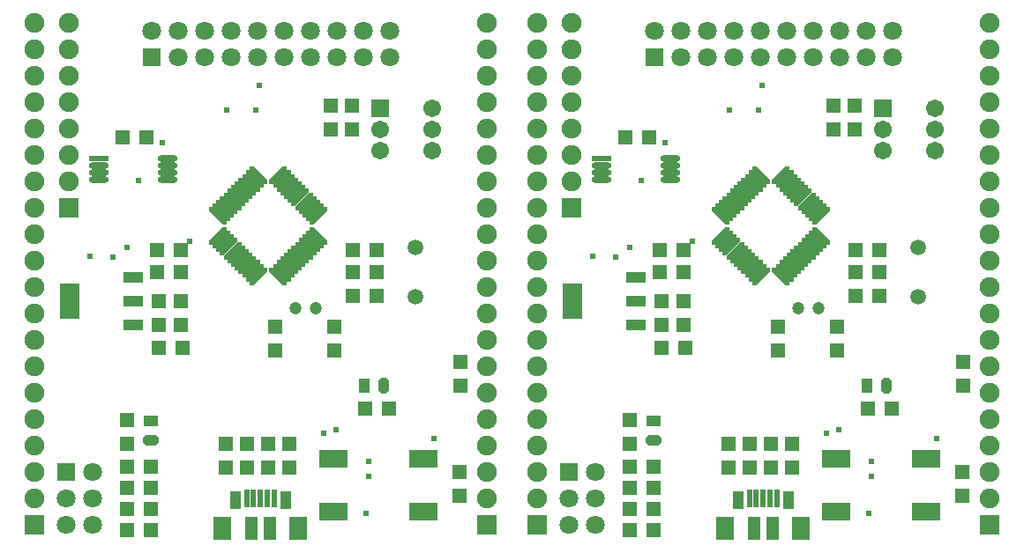
<source format=gts>
G04*
G04 #@! TF.GenerationSoftware,Altium Limited,Altium Designer,19.0.4 (130)*
G04*
G04 Layer_Color=8388736*
%FSLAX24Y24*%
%MOIN*%
G70*
G01*
G75*
%ADD48C,0.0240*%
%ADD55R,0.0474X0.0867*%
%ADD56R,0.0218X0.0710*%
%ADD57R,0.0580X0.0580*%
%ADD58R,0.0580X0.0580*%
%ADD59R,0.0430X0.0580*%
G04:AMPARAMS|DCode=60|XSize=58mil|YSize=43mil|CornerRadius=0mil|HoleSize=0mil|Usage=FLASHONLY|Rotation=90.000|XOffset=0mil|YOffset=0mil|HoleType=Round|Shape=Octagon|*
%AMOCTAGOND60*
4,1,8,0.0108,0.0290,-0.0108,0.0290,-0.0215,0.0183,-0.0215,-0.0183,-0.0108,-0.0290,0.0108,-0.0290,0.0215,-0.0183,0.0215,0.0183,0.0108,0.0290,0.0*
%
%ADD60OCTAGOND60*%

%ADD61R,0.1064X0.0671*%
G04:AMPARAMS|DCode=62|XSize=19.8mil|YSize=90.7mil|CornerRadius=0mil|HoleSize=0mil|Usage=FLASHONLY|Rotation=135.000|XOffset=0mil|YOffset=0mil|HoleType=Round|Shape=Round|*
%AMOVALD62*
21,1,0.0709,0.0198,0.0000,0.0000,225.0*
1,1,0.0198,0.0251,0.0251*
1,1,0.0198,-0.0251,-0.0251*
%
%ADD62OVALD62*%

G04:AMPARAMS|DCode=63|XSize=19.8mil|YSize=90.7mil|CornerRadius=0mil|HoleSize=0mil|Usage=FLASHONLY|Rotation=225.000|XOffset=0mil|YOffset=0mil|HoleType=Round|Shape=Round|*
%AMOVALD63*
21,1,0.0709,0.0198,0.0000,0.0000,315.0*
1,1,0.0198,-0.0251,0.0251*
1,1,0.0198,0.0251,-0.0251*
%
%ADD63OVALD63*%

%ADD64O,0.0749X0.0237*%
%ADD65R,0.0749X0.0237*%
%ADD66R,0.0580X0.0430*%
G04:AMPARAMS|DCode=67|XSize=58mil|YSize=43mil|CornerRadius=0mil|HoleSize=0mil|Usage=FLASHONLY|Rotation=0.000|XOffset=0mil|YOffset=0mil|HoleType=Round|Shape=Octagon|*
%AMOCTAGOND67*
4,1,8,0.0290,-0.0108,0.0290,0.0108,0.0183,0.0215,-0.0183,0.0215,-0.0290,0.0108,-0.0290,-0.0108,-0.0183,-0.0215,0.0183,-0.0215,0.0290,-0.0108,0.0*
%
%ADD67OCTAGOND67*%

%ADD68R,0.0749X0.1340*%
%ADD69R,0.0749X0.0434*%
%ADD70R,0.0671X0.0867*%
%ADD71R,0.0395X0.0671*%
%ADD72C,0.0592*%
%ADD73C,0.0474*%
%ADD74C,0.0749*%
%ADD75R,0.0749X0.0749*%
%ADD76C,0.0710*%
%ADD77R,0.0710X0.0710*%
%ADD78R,0.0710X0.0710*%
%ADD79C,0.0671*%
%ADD80R,0.0671X0.0671*%
D48*
X27841Y27770D02*
D03*
X27380Y25250D02*
D03*
X31165Y30450D02*
D03*
X32380Y31370D02*
D03*
X32265Y30450D02*
D03*
X35280Y18330D02*
D03*
X36530Y16570D02*
D03*
X38980Y18010D02*
D03*
X34830Y18210D02*
D03*
X36530Y17130D02*
D03*
X36430Y15170D02*
D03*
X29761Y25483D02*
D03*
X28730Y29190D02*
D03*
X26850Y24860D02*
D03*
X25980Y24890D02*
D03*
X46841Y27770D02*
D03*
X46380Y25250D02*
D03*
X50165Y30450D02*
D03*
X51380Y31370D02*
D03*
X51265Y30450D02*
D03*
X54280Y18330D02*
D03*
X55530Y16570D02*
D03*
X57980Y18010D02*
D03*
X53830Y18210D02*
D03*
X55530Y17130D02*
D03*
X55430Y15170D02*
D03*
X48761Y25483D02*
D03*
X47730Y29190D02*
D03*
X45850Y24860D02*
D03*
X44980Y24890D02*
D03*
D55*
X32080Y14604D02*
D03*
X32780D02*
D03*
X51080D02*
D03*
X51780D02*
D03*
D56*
X32174Y15742D02*
D03*
X32430D02*
D03*
X31918D02*
D03*
X32942D02*
D03*
X32686D02*
D03*
X51174D02*
D03*
X51430D02*
D03*
X50918D02*
D03*
X51942D02*
D03*
X51686D02*
D03*
D57*
X39980Y20900D02*
D03*
X39980Y20000D02*
D03*
X33530Y17800D02*
D03*
X33530Y16900D02*
D03*
X32730Y17800D02*
D03*
X32730Y16900D02*
D03*
X31930Y17800D02*
D03*
X31930Y16900D02*
D03*
X31130Y16900D02*
D03*
X31130Y17800D02*
D03*
X29430Y22300D02*
D03*
X29430Y23200D02*
D03*
X28580Y23200D02*
D03*
X28580Y22300D02*
D03*
X27380Y18700D02*
D03*
X27380Y17800D02*
D03*
X39960Y16750D02*
D03*
X39960Y15850D02*
D03*
X35230Y21350D02*
D03*
X35230Y22250D02*
D03*
X32980Y21350D02*
D03*
X32980Y22250D02*
D03*
X35880Y29700D02*
D03*
X35880Y30600D02*
D03*
X35080D02*
D03*
X35080Y29700D02*
D03*
X58980Y20900D02*
D03*
X58980Y20000D02*
D03*
X52530Y17800D02*
D03*
X52530Y16900D02*
D03*
X51730Y17800D02*
D03*
X51730Y16900D02*
D03*
X50930Y17800D02*
D03*
X50930Y16900D02*
D03*
X50130Y16900D02*
D03*
X50130Y17800D02*
D03*
X48430Y22300D02*
D03*
X48430Y23200D02*
D03*
X47580Y23200D02*
D03*
X47580Y22300D02*
D03*
X46380Y18700D02*
D03*
X46380Y17800D02*
D03*
X58960Y16750D02*
D03*
X58960Y15850D02*
D03*
X54230Y21350D02*
D03*
X54230Y22250D02*
D03*
X51980Y21350D02*
D03*
X51980Y22250D02*
D03*
X54880Y29700D02*
D03*
X54880Y30600D02*
D03*
X54080D02*
D03*
X54080Y29700D02*
D03*
D58*
X37280Y19150D02*
D03*
X36380Y19150D02*
D03*
X35930Y24300D02*
D03*
X36830Y24300D02*
D03*
X35930Y25150D02*
D03*
X36830Y25150D02*
D03*
X35930Y23400D02*
D03*
X36830Y23400D02*
D03*
X29480Y21450D02*
D03*
X28580Y21450D02*
D03*
X28530Y25150D02*
D03*
X29430Y25150D02*
D03*
Y24300D02*
D03*
X28530Y24300D02*
D03*
X28130Y29400D02*
D03*
X27230Y29400D02*
D03*
X27380Y16950D02*
D03*
X28280Y16950D02*
D03*
X27380Y16150D02*
D03*
X28280Y16150D02*
D03*
X27380Y15350D02*
D03*
X28280Y15350D02*
D03*
X27380Y14550D02*
D03*
X28280Y14550D02*
D03*
X56280Y19150D02*
D03*
X55380Y19150D02*
D03*
X54930Y24300D02*
D03*
X55830Y24300D02*
D03*
X54930Y25150D02*
D03*
X55830Y25150D02*
D03*
X54930Y23400D02*
D03*
X55830Y23400D02*
D03*
X48480Y21450D02*
D03*
X47580Y21450D02*
D03*
X47530Y25150D02*
D03*
X48430Y25150D02*
D03*
Y24300D02*
D03*
X47530Y24300D02*
D03*
X47130Y29400D02*
D03*
X46230Y29400D02*
D03*
X46380Y16950D02*
D03*
X47280Y16950D02*
D03*
X46380Y16150D02*
D03*
X47280Y16150D02*
D03*
X46380Y15350D02*
D03*
X47280Y15350D02*
D03*
X46380Y14550D02*
D03*
X47280Y14550D02*
D03*
D59*
X36356Y20000D02*
D03*
X55356D02*
D03*
D60*
X37104D02*
D03*
X56104D02*
D03*
D61*
X35180Y17250D02*
D03*
X38580D02*
D03*
X35180Y15250D02*
D03*
X38580D02*
D03*
X54180Y17250D02*
D03*
X57580D02*
D03*
X54180Y15250D02*
D03*
X57580D02*
D03*
D62*
X32354Y24143D02*
D03*
X32215Y24282D02*
D03*
X32076Y24421D02*
D03*
X31937Y24561D02*
D03*
X31797Y24700D02*
D03*
X31658Y24839D02*
D03*
X31519Y24978D02*
D03*
X31380Y25117D02*
D03*
X31241Y25257D02*
D03*
X31101Y25396D02*
D03*
X30962Y25535D02*
D03*
X30823Y25674D02*
D03*
X33106Y27957D02*
D03*
X33245Y27818D02*
D03*
X33384Y27679D02*
D03*
X33523Y27539D02*
D03*
X33663Y27400D02*
D03*
X33802Y27261D02*
D03*
X33941Y27122D02*
D03*
X34080Y26983D02*
D03*
X34219Y26843D02*
D03*
X34359Y26704D02*
D03*
X34498Y26565D02*
D03*
X34637Y26426D02*
D03*
X51354Y24143D02*
D03*
X51215Y24282D02*
D03*
X51076Y24421D02*
D03*
X50937Y24561D02*
D03*
X50797Y24700D02*
D03*
X50658Y24839D02*
D03*
X50519Y24978D02*
D03*
X50380Y25117D02*
D03*
X50241Y25257D02*
D03*
X50101Y25396D02*
D03*
X49962Y25535D02*
D03*
X49823Y25674D02*
D03*
X52106Y27957D02*
D03*
X52245Y27818D02*
D03*
X52384Y27679D02*
D03*
X52523Y27539D02*
D03*
X52663Y27400D02*
D03*
X52802Y27261D02*
D03*
X52941Y27122D02*
D03*
X53080Y26983D02*
D03*
X53219Y26843D02*
D03*
X53359Y26704D02*
D03*
X53498Y26565D02*
D03*
X53637Y26426D02*
D03*
D63*
X30823D02*
D03*
X30962Y26565D02*
D03*
X31101Y26704D02*
D03*
X31241Y26843D02*
D03*
X31380Y26983D02*
D03*
X31519Y27122D02*
D03*
X31658Y27261D02*
D03*
X31797Y27400D02*
D03*
X31937Y27539D02*
D03*
X32076Y27679D02*
D03*
X32215Y27818D02*
D03*
X32354Y27957D02*
D03*
X34637Y25674D02*
D03*
X34498Y25535D02*
D03*
X34359Y25396D02*
D03*
X34219Y25257D02*
D03*
X34080Y25117D02*
D03*
X33941Y24978D02*
D03*
X33802Y24839D02*
D03*
X33663Y24700D02*
D03*
X33523Y24561D02*
D03*
X33384Y24421D02*
D03*
X33245Y24282D02*
D03*
X33106Y24143D02*
D03*
X49823Y26426D02*
D03*
X49962Y26565D02*
D03*
X50101Y26704D02*
D03*
X50241Y26843D02*
D03*
X50380Y26983D02*
D03*
X50519Y27122D02*
D03*
X50658Y27261D02*
D03*
X50797Y27400D02*
D03*
X50937Y27539D02*
D03*
X51076Y27679D02*
D03*
X51215Y27818D02*
D03*
X51354Y27957D02*
D03*
X53637Y25674D02*
D03*
X53498Y25535D02*
D03*
X53359Y25396D02*
D03*
X53219Y25257D02*
D03*
X53080Y25117D02*
D03*
X52941Y24978D02*
D03*
X52802Y24839D02*
D03*
X52663Y24700D02*
D03*
X52523Y24561D02*
D03*
X52384Y24421D02*
D03*
X52245Y24282D02*
D03*
X52106Y24143D02*
D03*
D64*
X28929Y28584D02*
D03*
Y28328D02*
D03*
Y28072D02*
D03*
Y27816D02*
D03*
X26331D02*
D03*
Y28072D02*
D03*
Y28328D02*
D03*
X47929Y28584D02*
D03*
Y28328D02*
D03*
Y28072D02*
D03*
Y27816D02*
D03*
X45331D02*
D03*
Y28072D02*
D03*
Y28328D02*
D03*
D65*
X26331Y28584D02*
D03*
X45331D02*
D03*
D66*
X28285Y18674D02*
D03*
X47285D02*
D03*
D67*
X28285Y17926D02*
D03*
X47285D02*
D03*
D68*
X25229Y23200D02*
D03*
X44229D02*
D03*
D69*
X27631Y24106D02*
D03*
Y23200D02*
D03*
Y22294D02*
D03*
X46631Y24106D02*
D03*
Y23200D02*
D03*
Y22294D02*
D03*
D70*
X33857Y14600D02*
D03*
X31003D02*
D03*
X52857D02*
D03*
X50003D02*
D03*
D71*
X31475Y15667D02*
D03*
X33385D02*
D03*
X50475D02*
D03*
X52385D02*
D03*
D72*
X38280Y23355D02*
D03*
Y25245D02*
D03*
X57280Y23355D02*
D03*
Y25245D02*
D03*
D73*
X34530Y22950D02*
D03*
X33743D02*
D03*
X53530D02*
D03*
X52743D02*
D03*
D74*
X25180Y31750D02*
D03*
Y30750D02*
D03*
Y29750D02*
D03*
Y28750D02*
D03*
Y27750D02*
D03*
Y32750D02*
D03*
Y33750D02*
D03*
X23887D02*
D03*
Y32750D02*
D03*
Y31750D02*
D03*
Y30750D02*
D03*
Y15750D02*
D03*
Y16750D02*
D03*
Y17750D02*
D03*
Y18750D02*
D03*
Y19750D02*
D03*
Y20750D02*
D03*
Y21750D02*
D03*
Y22750D02*
D03*
Y23750D02*
D03*
Y24750D02*
D03*
Y25750D02*
D03*
Y26750D02*
D03*
Y27750D02*
D03*
Y28750D02*
D03*
Y29750D02*
D03*
X40987Y33750D02*
D03*
Y32750D02*
D03*
Y31750D02*
D03*
Y30750D02*
D03*
Y15750D02*
D03*
Y16750D02*
D03*
Y17750D02*
D03*
Y18750D02*
D03*
Y19750D02*
D03*
Y20750D02*
D03*
Y21750D02*
D03*
Y22750D02*
D03*
Y23750D02*
D03*
Y24750D02*
D03*
Y25750D02*
D03*
Y26750D02*
D03*
Y27750D02*
D03*
Y28750D02*
D03*
Y29750D02*
D03*
X44180Y31750D02*
D03*
Y30750D02*
D03*
Y29750D02*
D03*
Y28750D02*
D03*
Y27750D02*
D03*
Y32750D02*
D03*
Y33750D02*
D03*
X42887D02*
D03*
Y32750D02*
D03*
Y31750D02*
D03*
Y30750D02*
D03*
Y15750D02*
D03*
Y16750D02*
D03*
Y17750D02*
D03*
Y18750D02*
D03*
Y19750D02*
D03*
Y20750D02*
D03*
Y21750D02*
D03*
Y22750D02*
D03*
Y23750D02*
D03*
Y24750D02*
D03*
Y25750D02*
D03*
Y26750D02*
D03*
Y27750D02*
D03*
Y28750D02*
D03*
Y29750D02*
D03*
X59987Y33750D02*
D03*
Y32750D02*
D03*
Y31750D02*
D03*
Y30750D02*
D03*
Y15750D02*
D03*
Y16750D02*
D03*
Y17750D02*
D03*
Y18750D02*
D03*
Y19750D02*
D03*
Y20750D02*
D03*
Y21750D02*
D03*
Y22750D02*
D03*
Y23750D02*
D03*
Y24750D02*
D03*
Y25750D02*
D03*
Y26750D02*
D03*
Y27750D02*
D03*
Y28750D02*
D03*
Y29750D02*
D03*
D75*
X25180Y26750D02*
D03*
X23887Y14750D02*
D03*
X40987D02*
D03*
X44180Y26750D02*
D03*
X42887Y14750D02*
D03*
X59987D02*
D03*
D76*
X36330Y33450D02*
D03*
Y32450D02*
D03*
X34330D02*
D03*
Y33450D02*
D03*
X33330D02*
D03*
Y32450D02*
D03*
X32330Y33450D02*
D03*
Y32450D02*
D03*
X31330Y33450D02*
D03*
Y32450D02*
D03*
X30330Y33450D02*
D03*
Y32450D02*
D03*
X29330Y33450D02*
D03*
Y32450D02*
D03*
X28330Y33450D02*
D03*
X35330Y32450D02*
D03*
Y33450D02*
D03*
X37330Y32450D02*
D03*
Y33450D02*
D03*
X26080Y16750D02*
D03*
X25080Y15750D02*
D03*
X26080D02*
D03*
X25080Y14750D02*
D03*
X26080D02*
D03*
X55330Y33450D02*
D03*
Y32450D02*
D03*
X53330D02*
D03*
Y33450D02*
D03*
X52330D02*
D03*
Y32450D02*
D03*
X51330Y33450D02*
D03*
Y32450D02*
D03*
X50330Y33450D02*
D03*
Y32450D02*
D03*
X49330Y33450D02*
D03*
Y32450D02*
D03*
X48330Y33450D02*
D03*
Y32450D02*
D03*
X47330Y33450D02*
D03*
X54330Y32450D02*
D03*
Y33450D02*
D03*
X56330Y32450D02*
D03*
Y33450D02*
D03*
X45080Y16750D02*
D03*
X44080Y15750D02*
D03*
X45080D02*
D03*
X44080Y14750D02*
D03*
X45080D02*
D03*
D77*
X28330Y32450D02*
D03*
X47330D02*
D03*
D78*
X25080Y16750D02*
D03*
X44080D02*
D03*
D79*
X38914Y29700D02*
D03*
Y30487D02*
D03*
X36946Y28913D02*
D03*
Y29700D02*
D03*
X38914Y28913D02*
D03*
X57914Y29700D02*
D03*
Y30487D02*
D03*
X55946Y28913D02*
D03*
Y29700D02*
D03*
X57914Y28913D02*
D03*
D80*
X36946Y30487D02*
D03*
X55946D02*
D03*
M02*

</source>
